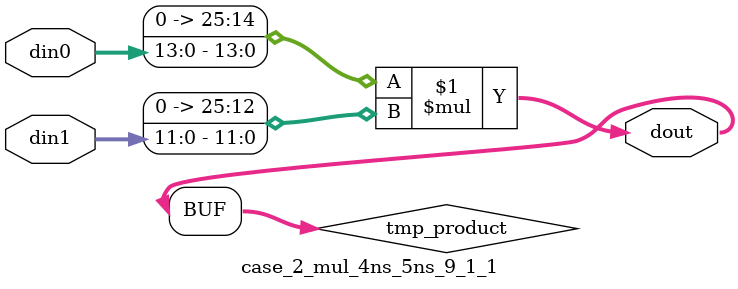
<source format=v>

`timescale 1 ns / 1 ps

 (* use_dsp = "no" *)  module case_2_mul_4ns_5ns_9_1_1(din0, din1, dout);
parameter ID = 1;
parameter NUM_STAGE = 0;
parameter din0_WIDTH = 14;
parameter din1_WIDTH = 12;
parameter dout_WIDTH = 26;

input [din0_WIDTH - 1 : 0] din0; 
input [din1_WIDTH - 1 : 0] din1; 
output [dout_WIDTH - 1 : 0] dout;

wire signed [dout_WIDTH - 1 : 0] tmp_product;
























assign tmp_product = $signed({1'b0, din0}) * $signed({1'b0, din1});











assign dout = tmp_product;





















endmodule

</source>
